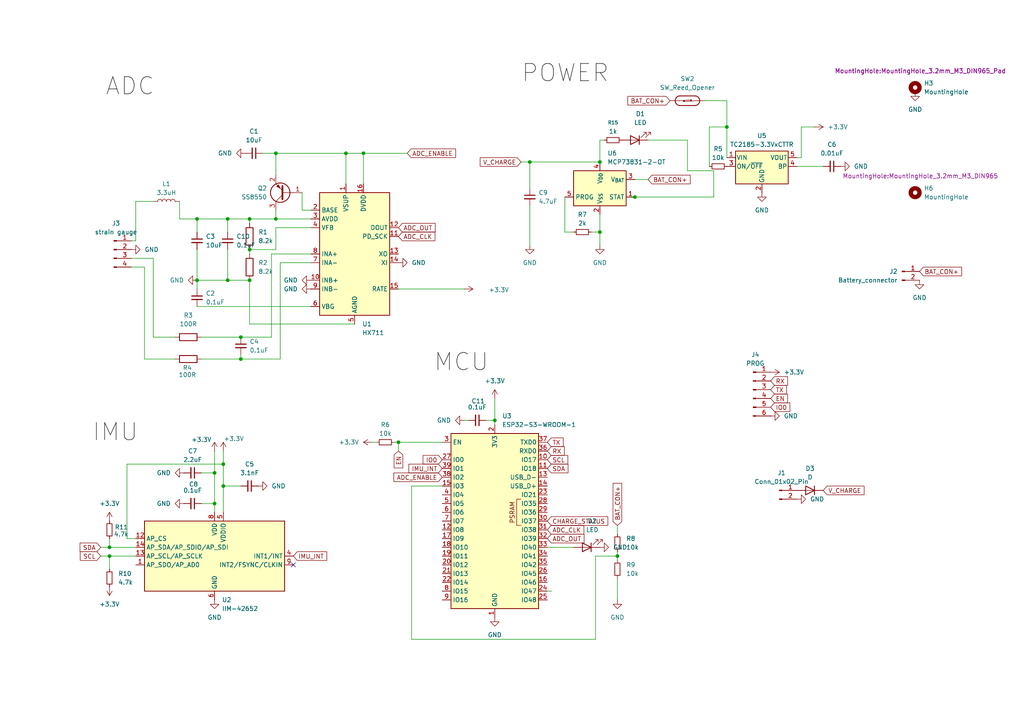
<source format=kicad_sch>
(kicad_sch (version 20250114) (generator "eeschema") (generator_version "9.0")
  (paper "A4")
  (lib_symbols
    (symbol "Analog_ADC:HX711"
      (property "Reference" "U" (at 5.08 21.59 0))
      (property "Value" "HX711" (at 7.62 19.05 0))
      (symbol "HX711_0_1"
        (rectangle (start -10.16 17.78) (end 10.16 -17.78) (stroke (width 0.254)) (fill (type background)))
      )
      (symbol "HX711_1_1"
        (pin passive line (at -12.7 12.7 0) (length 2.54) (name "BASE") (number "2"))
        (pin power_in line (at -12.7 10.16 0) (length 2.54) (name "AVDD") (number "3"))
        (pin input line (at -12.7 7.62 0) (length 2.54) (name "VFB") (number "4"))
        (pin input line (at -12.7 0 0) (length 2.54) (name "INA+") (number "8"))
        (pin input line (at -12.7 -2.54 0) (length 2.54) (name "INA-") (number "7"))
        (pin input line (at -12.7 -7.62 0) (length 2.54) (name "INB+") (number "10"))
        (pin input line (at -12.7 -10.16 0) (length 2.54) (name "INB-") (number "9"))
        (pin passive line (at -12.7 -15.24 0) (length 2.54) (name "VBG") (number "6"))
        (pin power_in line (at -2.54 20.32 270) (length 2.54) (name "VSUP") (number "1"))
        (pin power_in line (at 0 -20.32 90) (length 2.54) (name "AGND") (number "5"))
        (pin power_in line (at 2.54 20.32 270) (length 2.54) (name "DVDD") (number "16"))
        (pin output line (at 12.7 7.62 180) (length 2.54) (name "DOUT") (number "12"))
        (pin input line (at 12.7 5.08 180) (length 2.54) (name "PD_SCK") (number "11"))
        (pin passive line (at 12.7 0 180) (length 2.54) (name "XO") (number "13"))
        (pin passive line (at 12.7 -2.54 180) (length 2.54) (name "XI") (number "14"))
        (pin input line (at 12.7 -10.16 180) (length 2.54) (name "RATE") (number "15"))
      )
    )
    (symbol "Battery_Management:MCP73831-2-OT"
      (property "Reference" "U" (at -7.62 6.35 0))
      (property "Value" "MCP73831-2-OT" (at 1.27 6.35 0))
      (symbol "MCP73831-2-OT_0_1"
        (rectangle (start -7.62 5.08) (end 7.62 -5.08) (stroke (width 0.254)) (fill (type background)))
      )
      (symbol "MCP73831-2-OT_1_1"
        (pin input line (at -10.16 -2.54 0) (length 2.54) (name "PROG") (number "5"))
        (pin power_in line (at 0 7.62 270) (length 2.54) (name "V_{DD}") (number "4"))
        (pin power_in line (at 0 -7.62 90) (length 2.54) (name "V_{SS}") (number "2"))
        (pin power_out line (at 10.16 2.54 180) (length 2.54) (name "V_{BAT}") (number "3"))
        (pin tri_state line (at 10.16 -2.54 180) (length 2.54) (name "STAT") (number "1"))
      )
    )
    (symbol "Connector:Conn_01x02_Pin" (pin_names (offset 1.016) (hide yes))
      (property "Reference" "J" (at 0 2.54 0))
      (property "Value" "Conn_01x02_Pin" (at 0 -5.08 0))
      (symbol "Conn_01x02_Pin_1_1"
        (rectangle (start 0.8636 0.127) (end 0 -0.127) (stroke (width 0.1524)) (fill (type outline)))
        (rectangle (start 0.8636 -2.413) (end 0 -2.667) (stroke (width 0.1524)) (fill (type outline)))
        (polyline (pts (xy 1.27 0) (xy 0.8636 0)) (stroke (width 0.1524)))
        (polyline (pts (xy 1.27 -2.54) (xy 0.8636 -2.54)) (stroke (width 0.1524)))
        (pin passive line (at 5.08 0 180) (length 3.81) (name "Pin_1") (number "1"))
        (pin passive line (at 5.08 -2.54 180) (length 3.81) (name "Pin_2") (number "2"))
      )
    )
    (symbol "Connector:Conn_01x04_Pin" (pin_names (offset 1.016) (hide yes))
      (property "Reference" "J" (at 0 5.08 0))
      (property "Value" "Conn_01x04_Pin" (at 0 -7.62 0))
      (symbol "Conn_01x04_Pin_1_1"
        (rectangle (start 0.8636 2.667) (end 0 2.413) (stroke (width 0.1524)) (fill (type outline)))
        (rectangle (start 0.8636 0.127) (end 0 -0.127) (stroke (width 0.1524)) (fill (type outline)))
        (rectangle (start 0.8636 -2.413) (end 0 -2.667) (stroke (width 0.1524)) (fill (type outline)))
        (rectangle (start 0.8636 -4.953) (end 0 -5.207) (stroke (width 0.1524)) (fill (type outline)))
        (polyline (pts (xy 1.27 2.54) (xy 0.8636 2.54)) (stroke (width 0.1524)))
        (polyline (pts (xy 1.27 0) (xy 0.8636 0)) (stroke (width 0.1524)))
        (polyline (pts (xy 1.27 -2.54) (xy 0.8636 -2.54)) (stroke (width 0.1524)))
        (polyline (pts (xy 1.27 -5.08) (xy 0.8636 -5.08)) (stroke (width 0.1524)))
        (pin passive line (at 5.08 2.54 180) (length 3.81) (name "Pin_1") (number "1"))
        (pin passive line (at 5.08 0 180) (length 3.81) (name "Pin_2") (number "2"))
        (pin passive line (at 5.08 -2.54 180) (length 3.81) (name "Pin_3") (number "3"))
        (pin passive line (at 5.08 -5.08 180) (length 3.81) (name "Pin_4") (number "4"))
      )
    )
    (symbol "Connector:Conn_01x06_Pin" (pin_names (offset 1.016) (hide yes))
      (property "Reference" "J" (at 0 7.62 0))
      (property "Value" "Conn_01x06_Pin" (at 0 -10.16 0))
      (symbol "Conn_01x06_Pin_1_1"
        (rectangle (start 0.8636 5.207) (end 0 4.953) (stroke (width 0.1524)) (fill (type outline)))
        (rectangle (start 0.8636 2.667) (end 0 2.413) (stroke (width 0.1524)) (fill (type outline)))
        (rectangle (start 0.8636 0.127) (end 0 -0.127) (stroke (width 0.1524)) (fill (type outline)))
        (rectangle (start 0.8636 -2.413) (end 0 -2.667) (stroke (width 0.1524)) (fill (type outline)))
        (rectangle (start 0.8636 -4.953) (end 0 -5.207) (stroke (width 0.1524)) (fill (type outline)))
        (rectangle (start 0.8636 -7.493) (end 0 -7.747) (stroke (width 0.1524)) (fill (type outline)))
        (polyline (pts (xy 1.27 5.08) (xy 0.8636 5.08)) (stroke (width 0.1524)))
        (polyline (pts (xy 1.27 2.54) (xy 0.8636 2.54)) (stroke (width 0.1524)))
        (polyline (pts (xy 1.27 0) (xy 0.8636 0)) (stroke (width 0.1524)))
        (polyline (pts (xy 1.27 -2.54) (xy 0.8636 -2.54)) (stroke (width 0.1524)))
        (polyline (pts (xy 1.27 -5.08) (xy 0.8636 -5.08)) (stroke (width 0.1524)))
        (polyline (pts (xy 1.27 -7.62) (xy 0.8636 -7.62)) (stroke (width 0.1524)))
        (pin passive line (at 5.08 5.08 180) (length 3.81) (name "Pin_1") (number "1"))
        (pin passive line (at 5.08 2.54 180) (length 3.81) (name "Pin_2") (number "2"))
        (pin passive line (at 5.08 0 180) (length 3.81) (name "Pin_3") (number "3"))
        (pin passive line (at 5.08 -2.54 180) (length 3.81) (name "Pin_4") (number "4"))
        (pin passive line (at 5.08 -5.08 180) (length 3.81) (name "Pin_5") (number "5"))
        (pin passive line (at 5.08 -7.62 180) (length 3.81) (name "Pin_6") (number "6"))
      )
    )
    (symbol "Device:C_Small" (pin_numbers (hide yes)) (pin_names (offset 0.254) (hide yes))
      (property "Reference" "C" (at 0.254 1.778 0))
      (property "Value" "C_Small" (at 0.254 -2.032 0))
      (symbol "C_Small_0_1"
        (polyline (pts (xy -1.524 0.508) (xy 1.524 0.508)) (stroke (width 0.3048)))
        (polyline (pts (xy -1.524 -0.508) (xy 1.524 -0.508)) (stroke (width 0.3302)))
      )
      (symbol "C_Small_1_1"
        (pin passive line (at 0 2.54 270) (length 2.032) (name "~") (number "1"))
        (pin passive line (at 0 -2.54 90) (length 2.032) (name "~") (number "2"))
      )
    )
    (symbol "Device:D" (pin_numbers (hide yes)) (pin_names (offset 1.016) (hide yes))
      (property "Reference" "D" (at 0 2.54 0))
      (property "Value" "D" (at 0 -2.54 0))
      (symbol "D_0_1"
        (polyline (pts (xy -1.27 1.27) (xy -1.27 -1.27)) (stroke (width 0.254)))
        (polyline (pts (xy 1.27 1.27) (xy 1.27 -1.27) (xy -1.27 0) (xy 1.27 1.27)) (stroke (width 0.254)))
        (polyline (pts (xy 1.27 0) (xy -1.27 0)))
      )
      (symbol "D_1_1"
        (pin passive line (at -3.81 0 0) (length 2.54) (name "K") (number "1"))
        (pin passive line (at 3.81 0 180) (length 2.54) (name "A") (number "2"))
      )
    )
    (symbol "Device:L" (pin_numbers (hide yes)) (pin_names (offset 1.016) (hide yes))
      (property "Reference" "L" (at -1.27 0 90))
      (property "Value" "L" (at 1.905 0 90))
      (symbol "L_0_1"
        (arc (start 0 2.54) (mid 0.6323 1.905) (end 0 1.27))
        (arc (start 0 1.27) (mid 0.6323 0.635) (end 0 0))
        (arc (start 0 0) (mid 0.6323 -0.635) (end 0 -1.27))
        (arc (start 0 -1.27) (mid 0.6323 -1.905) (end 0 -2.54))
      )
      (symbol "L_1_1"
        (pin passive line (at 0 3.81 270) (length 1.27) (name "1") (number "1"))
        (pin passive line (at 0 -3.81 90) (length 1.27) (name "2") (number "2"))
      )
    )
    (symbol "Device:LED" (pin_numbers (hide yes)) (pin_names (offset 1.016) (hide yes))
      (property "Reference" "D" (at 0 2.54 0))
      (property "Value" "LED" (at 0 -2.54 0))
      (symbol "LED_0_1"
        (polyline (pts (xy -3.048 -0.762) (xy -4.572 -2.286) (xy -3.81 -2.286) (xy -4.572 -2.286) (xy -4.572 -1.524)))
        (polyline (pts (xy -1.778 -0.762) (xy -3.302 -2.286) (xy -2.54 -2.286) (xy -3.302 -2.286) (xy -3.302 -1.524)))
        (polyline (pts (xy -1.27 0) (xy 1.27 0)))
        (polyline (pts (xy -1.27 -1.27) (xy -1.27 1.27)) (stroke (width 0.254)))
        (polyline (pts (xy 1.27 -1.27) (xy 1.27 1.27) (xy -1.27 0) (xy 1.27 -1.27)) (stroke (width 0.254)))
      )
      (symbol "LED_1_1"
        (pin passive line (at -3.81 0 0) (length 2.54) (name "K") (number "1"))
        (pin passive line (at 3.81 0 180) (length 2.54) (name "A") (number "2"))
      )
    )
    (symbol "Device:R" (pin_numbers (hide yes)) (pin_names (offset 0))
      (property "Reference" "R" (at 2.032 0 90))
      (property "Value" "R" (at 0 0 90))
      (symbol "R_0_1"
        (rectangle (start -1.016 -2.54) (end 1.016 2.54) (stroke (width 0.254)))
      )
      (symbol "R_1_1"
        (pin passive line (at 0 3.81 270) (length 1.27) (name "~") (number "1"))
        (pin passive line (at 0 -3.81 90) (length 1.27) (name "~") (number "2"))
      )
    )
    (symbol "Device:R_Small" (pin_numbers (hide yes)) (pin_names (offset 0.254) (hide yes))
      (property "Reference" "R" (at 0.762 0.508 0))
      (property "Value" "R_Small" (at 0.762 -1.016 0))
      (symbol "R_Small_0_1"
        (rectangle (start -0.762 1.778) (end 0.762 -1.778) (stroke (width 0.2032)))
      )
      (symbol "R_Small_1_1"
        (pin passive line (at 0 2.54 270) (length 0.762) (name "~") (number "1"))
        (pin passive line (at 0 -2.54 90) (length 0.762) (name "~") (number "2"))
      )
    )
    (symbol "Mechanical:MountingHole" (pin_names (offset 1.016)) (in_bom no)
      (property "Reference" "H" (at 0 5.08 0))
      (property "Value" "MountingHole" (at 0 3.175 0))
      (symbol "MountingHole_0_1"
        (circle (center 0 0) (radius 1.27) (stroke (width 1.27)))
      )
    )
    (symbol "RF_Module:ESP32-S3-WROOM-1"
      (property "Reference" "U" (at -12.7 26.67 0))
      (property "Value" "ESP32-S3-WROOM-1" (at 12.7 26.67 0))
      (symbol "ESP32-S3-WROOM-1_0_0"
        (rectangle (start -12.7 25.4) (end 12.7 -25.4) (stroke (width 0.254)) (fill (type background)))
        (text "PSRAM" (at 5.08 2.54 900) (effects (font (size 1.27 1.27))))
      )
      (symbol "ESP32-S3-WROOM-1_0_1"
        (polyline (pts (xy 7.62 -1.27) (xy 6.35 -1.27) (xy 6.35 6.35) (xy 7.62 6.35)))
      )
      (symbol "ESP32-S3-WROOM-1_1_1"
        (pin input line (at -15.24 22.86 0) (length 2.54) (name "EN") (number "3"))
        (pin bidirectional line (at -15.24 17.78 0) (length 2.54) (name "IO0") (number "27"))
        (pin bidirectional line (at -15.24 15.24 0) (length 2.54) (name "IO1") (number "39"))
        (pin bidirectional line (at -15.24 12.7 0) (length 2.54) (name "IO2") (number "38"))
        (pin bidirectional line (at -15.24 10.16 0) (length 2.54) (name "IO3") (number "15"))
        (pin bidirectional line (at -15.24 7.62 0) (length 2.54) (name "IO4") (number "4"))
        (pin bidirectional line (at -15.24 5.08 0) (length 2.54) (name "IO5") (number "5"))
        (pin bidirectional line (at -15.24 2.54 0) (length 2.54) (name "IO6") (number "6"))
        (pin bidirectional line (at -15.24 0 0) (length 2.54) (name "IO7") (number "7"))
        (pin bidirectional line (at -15.24 -2.54 0) (length 2.54) (name "IO8") (number "12"))
        (pin bidirectional line (at -15.24 -5.08 0) (length 2.54) (name "IO9") (number "17"))
        (pin bidirectional line (at -15.24 -7.62 0) (length 2.54) (name "IO10") (number "18"))
        (pin bidirectional line (at -15.24 -10.16 0) (length 2.54) (name "IO11") (number "19"))
        (pin bidirectional line (at -15.24 -12.7 0) (length 2.54) (name "IO12") (number "20"))
        (pin bidirectional line (at -15.24 -15.24 0) (length 2.54) (name "IO13") (number "21"))
        (pin bidirectional line (at -15.24 -17.78 0) (length 2.54) (name "IO14") (number "22"))
        (pin bidirectional line (at -15.24 -20.32 0) (length 2.54) (name "IO15") (number "8"))
        (pin bidirectional line (at -15.24 -22.86 0) (length 2.54) (name "IO16") (number "9"))
        (pin power_in line (at 0 27.94 270) (length 2.54) (name "3V3") (number "2"))
        (pin power_in line (at 0 -27.94 90) (length 2.54) (name "GND") (number "1"))
        (pin passive line (at 0 -27.94 90) (length 2.54) (hide yes) (name "GND") (number "40"))
        (pin passive line (at 0 -27.94 90) (length 2.54) (hide yes) (name "GND") (number "41"))
        (pin bidirectional line (at 15.24 22.86 180) (length 2.54) (name "TXD0") (number "37"))
        (pin bidirectional line (at 15.24 20.32 180) (length 2.54) (name "RXD0") (number "36"))
        (pin bidirectional line (at 15.24 17.78 180) (length 2.54) (name "IO17") (number "10"))
        (pin bidirectional line (at 15.24 15.24 180) (length 2.54) (name "IO18") (number "11"))
        (pin bidirectional line (at 15.24 12.7 180) (length 2.54) (name "USB_D-") (number "13"))
        (pin bidirectional line (at 15.24 10.16 180) (length 2.54) (name "USB_D+") (number "14"))
        (pin bidirectional line (at 15.24 7.62 180) (length 2.54) (name "IO21") (number "23"))
        (pin bidirectional line (at 15.24 5.08 180) (length 2.54) (name "IO35") (number "28"))
        (pin bidirectional line (at 15.24 2.54 180) (length 2.54) (name "IO36") (number "29"))
        (pin bidirectional line (at 15.24 0 180) (length 2.54) (name "IO37") (number "30"))
        (pin bidirectional line (at 15.24 -2.54 180) (length 2.54) (name "IO38") (number "31"))
        (pin bidirectional line (at 15.24 -5.08 180) (length 2.54) (name "IO39") (number "32"))
        (pin bidirectional line (at 15.24 -7.62 180) (length 2.54) (name "IO40") (number "33"))
        (pin bidirectional line (at 15.24 -10.16 180) (length 2.54) (name "IO41") (number "34"))
        (pin bidirectional line (at 15.24 -12.7 180) (length 2.54) (name "IO42") (number "35"))
        (pin bidirectional line (at 15.24 -15.24 180) (length 2.54) (name "IO45") (number "26"))
        (pin bidirectional line (at 15.24 -17.78 180) (length 2.54) (name "IO46") (number "16"))
        (pin bidirectional line (at 15.24 -20.32 180) (length 2.54) (name "IO47") (number "24"))
        (pin bidirectional line (at 15.24 -22.86 180) (length 2.54) (name "IO48") (number "25"))
      )
    )
    (symbol "R_Small_1" (pin_numbers (hide yes)) (pin_names (offset 0.254) (hide yes))
      (property "Reference" "R" (at 0 0 90))
      (property "Value" "R_Small" (at 1.778 0 90))
      (symbol "R_Small_1_0_1"
        (rectangle (start -0.762 1.778) (end 0.762 -1.778) (stroke (width 0.2032)))
      )
      (symbol "R_Small_1_1_1"
        (pin passive line (at 0 2.54 270) (length 0.762) (name "~") (number "1"))
        (pin passive line (at 0 -2.54 90) (length 0.762) (name "~") (number "2"))
      )
    )
    (symbol "Regulator_Linear:TC2185-3.3VxCTTR" (pin_names (offset 0.254))
      (property "Reference" "U" (at -6.35 5.715 0))
      (property "Value" "TC2185-3.3VxCTTR" (at 0 5.715 0))
      (symbol "TC2185-3.3VxCTTR_0_1"
        (rectangle (start -7.62 -5.08) (end 7.62 4.445) (stroke (width 0.254)) (fill (type background)))
      )
      (symbol "TC2185-3.3VxCTTR_1_1"
        (pin power_in line (at -10.16 2.54 0) (length 2.54) (name "VIN") (number "1"))
        (pin input line (at -10.16 0 0) (length 2.54) (name "ON/~{OFF}") (number "3"))
        (pin power_in line (at 0 -7.62 90) (length 2.54) (name "GND") (number "2"))
        (pin power_out line (at 10.16 2.54 180) (length 2.54) (name "VOUT") (number "5"))
        (pin input line (at 10.16 0 180) (length 2.54) (name "BP") (number "4"))
      )
    )
    (symbol "Sensor_Motion:IIM-42652"
      (property "Reference" "U" (at -19.05 11.43 0))
      (property "Value" "IIM-42652" (at 15.24 11.43 0))
      (symbol "IIM-42652_0_1"
        (rectangle (start -20.32 10.16) (end 20.32 -10.16) (stroke (width 0.254)) (fill (type background)))
      )
      (symbol "IIM-42652_1_1"
        (pin input line (at -22.86 5.08 0) (length 2.54) (name "AP_CS") (number "12"))
        (pin bidirectional line (at -22.86 2.54 0) (length 2.54) (name "AP_SDA/AP_SDIO/AP_SDI") (number "14"))
        (pin input line (at -22.86 0 0) (length 2.54) (name "AP_SCL/AP_SCLK") (number "13"))
        (pin input line (at -22.86 -2.54 0) (length 2.54) (name "AP_SDO/AP_AD0") (number "1"))
        (pin power_in line (at 0 12.7 270) (length 2.54) (name "VDD") (number "8"))
        (pin power_in line (at 0 -12.7 90) (length 2.54) (name "GND") (number "6"))
        (pin passive line (at 0 -12.7 90) (length 2.54) (hide yes) (name "GND") (number "7"))
        (pin power_in line (at 2.54 12.7 270) (length 2.54) (name "VDDIO") (number "5"))
        (pin no_connect line (at 20.32 7.62 180) (length 2.54) (hide yes) (name "RESV") (number "2"))
        (pin no_connect line (at 20.32 5.08 180) (length 2.54) (hide yes) (name "RESV") (number "3"))
        (pin no_connect line (at 20.32 2.54 180) (length 2.54) (hide yes) (name "RESV") (number "10"))
        (pin no_connect line (at 20.32 -7.62 180) (length 2.54) (hide yes) (name "RESV") (number "11"))
        (pin output line (at 22.86 0 180) (length 2.54) (name "INT1/INT") (number "4"))
        (pin bidirectional line (at 22.86 -2.54 180) (length 2.54) (name "INT2/FSYNC/CLKIN") (number "9"))
      )
    )
    (symbol "Switch:SW_Reed_Opener" (pin_numbers (hide yes)) (pin_names (offset 0) (hide yes))
      (property "Reference" "SW" (at 0 2.54 0))
      (property "Value" "SW_Reed_Opener" (at 0 -2.54 0))
      (symbol "SW_Reed_Opener_0_0"
        (polyline (pts (xy -2.54 0) (xy 1.27 0.254)))
        (polyline (pts (xy -2.159 -1.397) (xy 2.286 -1.397)) (stroke (width 0.254)))
        (arc (start -2.159 -1.397) (mid -3.55 0) (end -2.159 1.397) (stroke (width 0.254)))
        (arc (start 2.159 1.397) (mid 3.55 0) (end 2.159 -1.397) (stroke (width 0.254)))
        (polyline (pts (xy 2.159 1.397) (xy -2.159 1.397)) (stroke (width 0.254)))
        (polyline (pts (xy 2.54 0) (xy -1.27 -0.254)))
      )
      (symbol "SW_Reed_Opener_0_1"
        (rectangle (start -1.1684 0.0508) (end -0.8636 -0.2032) (fill (type outline)))
        (rectangle (start 0.889 0.1778) (end 1.143 -0.0762) (fill (type outline)))
      )
      (symbol "SW_Reed_Opener_1_1"
        (pin passive line (at -5.08 0 0) (length 2.54) (name "1") (number "1"))
        (pin passive line (at 5.08 0 180) (length 2.54) (name "2") (number "2"))
      )
    )
    (symbol "Transistor_BJT:SS8550" (pin_names (offset 0) (hide yes))
      (property "Reference" "Q" (at 5.08 1.905 0))
      (property "Value" "SS8550" (at 5.08 0 0))
      (symbol "SS8550_0_1"
        (polyline (pts (xy -2.54 0) (xy 0.635 0)))
        (polyline (pts (xy 0.635 1.905) (xy 0.635 -1.905)) (stroke (width 0.508)))
        (polyline (pts (xy 0.635 0.635) (xy 2.54 2.54)))
        (polyline (pts (xy 0.635 -0.635) (xy 2.54 -2.54)))
        (circle (center 1.27 0) (radius 2.8194) (stroke (width 0.254)))
        (polyline (pts (xy 2.286 -1.778) (xy 1.778 -2.286) (xy 1.27 -1.27) (xy 2.286 -1.778)) (fill (type outline)))
      )
      (symbol "SS8550_1_1"
        (pin input line (at -5.08 0 0) (length 2.54) (name "B") (number "1"))
        (pin passive line (at 2.54 5.08 270) (length 2.54) (name "C") (number "3"))
        (pin passive line (at 2.54 -5.08 90) (length 2.54) (name "E") (number "2"))
      )
    )
    (symbol "power:+3.3V" (power) (pin_numbers (hide yes)) (pin_names (offset 0) (hide yes))
      (property "Value" "+3.3V" (at 0 3.556 0))
      (symbol "+3.3V_0_1"
        (polyline (pts (xy -0.762 1.27) (xy 0 2.54)))
        (polyline (pts (xy 0 2.54) (xy 0.762 1.27)))
        (polyline (pts (xy 0 0) (xy 0 2.54)))
      )
      (symbol "+3.3V_1_1"
        (pin power_in line (at 0 0 90) (length 0) (name "~") (number "1"))
      )
    )
    (symbol "power:GND" (power) (pin_numbers (hide yes)) (pin_names (offset 0) (hide yes))
      (property "Value" "GND" (at 0 -3.81 0))
      (symbol "GND_0_1"
        (polyline (pts (xy 0 0) (xy 0 -1.27) (xy 1.27 -1.27) (xy 0 -2.54) (xy -1.27 -1.27) (xy 0 -1.27)))
      )
      (symbol "GND_1_1"
        (pin power_in line (at 0 0 270) (length 0) (name "~") (number "1"))
      )
    )
  )
  (junction (at 64.77 140.97))
  (junction (at 115.57 128.27))
  (junction (at 72.39 63.5))
  (junction (at 173.99 67.31))
  (junction (at 69.85 104.14))
  (junction (at 173.99 46.99))
  (junction (at 72.39 72.39))
  (junction (at 69.85 97.79))
  (junction (at 57.15 81.28))
  (junction (at 62.23 146.05))
  (junction (at 31.75 161.29))
  (junction (at 66.04 81.28))
  (junction (at 66.04 63.5))
  (junction (at 64.77 134.62))
  (junction (at 57.15 63.5))
  (junction (at 72.39 81.28))
  (junction (at 100.33 44.45))
  (junction (at 80.01 44.45))
  (junction (at 62.23 137.16))
  (junction (at 210.82 36.83))
  (junction (at 184.15 57.15))
  (junction (at 105.41 44.45))
  (junction (at 31.75 158.75))
  (junction (at 179.07 161.29))
  (junction (at 80.01 63.5))
  (junction (at 153.67 46.99))
  (junction (at 143.51 121.92))
  (no_connect (at 85.09 163.83))
  (wire (pts (xy 36.83 134.62) (xy 36.83 156.21)))
  (wire (pts (xy 80.01 63.5) (xy 90.17 63.5)))
  (wire (pts (xy 187.96 52.07) (xy 184.15 52.07)))
  (wire (pts (xy 179.07 160.02) (xy 179.07 161.29)))
  (wire (pts (xy 100.33 44.45) (xy 100.33 53.34)))
  (wire (pts (xy 44.45 97.79) (xy 44.45 74.93)))
  (wire (pts (xy 171.45 67.31) (xy 173.99 67.31)))
  (wire (pts (xy 173.99 40.64) (xy 175.26 40.64)))
  (wire (pts (xy 29.21 161.29) (xy 31.75 161.29)))
  (wire (pts (xy 39.37 58.42) (xy 44.45 58.42)))
  (wire (pts (xy 140.97 121.92) (xy 143.51 121.92)))
  (wire (pts (xy 107.95 128.27) (xy 109.22 128.27)))
  (wire (pts (xy 205.74 36.83) (xy 210.82 36.83)))
  (wire (pts (xy 105.41 44.45) (xy 118.11 44.45)))
  (wire (pts (xy 143.51 121.92) (xy 143.51 123.19)))
  (wire (pts (xy 90.17 76.2) (xy 81.28 76.2)))
  (wire (pts (xy 72.39 63.5) (xy 80.01 63.5)))
  (wire (pts (xy 182.88 57.15) (xy 184.15 57.15)))
  (wire (pts (xy 57.15 88.9) (xy 90.17 88.9)))
  (wire (pts (xy 58.42 146.05) (xy 62.23 146.05)))
  (wire (pts (xy 31.75 156.21) (xy 31.75 158.75)))
  (wire (pts (xy 179.07 152.4) (xy 179.07 154.94)))
  (wire (pts (xy 80.01 66.04) (xy 80.01 72.39)))
  (wire (pts (xy 210.82 29.21) (xy 204.47 29.21)))
  (wire (pts (xy 87.63 60.96) (xy 90.17 60.96)))
  (wire (pts (xy 57.15 72.39) (xy 57.15 81.28)))
  (wire (pts (xy 115.57 83.82) (xy 134.62 83.82)))
  (wire (pts (xy 31.75 158.75) (xy 39.37 158.75)))
  (wire (pts (xy 66.04 63.5) (xy 66.04 67.31)))
  (wire (pts (xy 210.82 29.21) (xy 210.82 36.83)))
  (wire (pts (xy 166.37 158.75) (xy 158.75 158.75)))
  (wire (pts (xy 72.39 72.39) (xy 72.39 73.66)))
  (wire (pts (xy 58.42 104.14) (xy 69.85 104.14)))
  (wire (pts (xy 41.91 104.14) (xy 41.91 77.47)))
  (wire (pts (xy 100.33 44.45) (xy 105.41 44.45)))
  (wire (pts (xy 232.41 36.83) (xy 232.41 45.72)))
  (wire (pts (xy 36.83 134.62) (xy 64.77 134.62)))
  (wire (pts (xy 143.51 115.57) (xy 143.51 121.92)))
  (wire (pts (xy 66.04 63.5) (xy 72.39 63.5)))
  (wire (pts (xy 114.3 128.27) (xy 115.57 128.27)))
  (wire (pts (xy 78.74 73.66) (xy 78.74 97.79)))
  (wire (pts (xy 64.77 134.62) (xy 64.77 140.97)))
  (wire (pts (xy 69.85 102.87) (xy 69.85 104.14)))
  (wire (pts (xy 62.23 130.81) (xy 62.23 137.16)))
  (wire (pts (xy 207.01 49.53) (xy 207.01 57.15)))
  (wire (pts (xy 134.62 121.92) (xy 135.89 121.92)))
  (wire (pts (xy 76.2 44.45) (xy 80.01 44.45)))
  (wire (pts (xy 72.39 72.39) (xy 80.01 72.39)))
  (wire (pts (xy 87.63 55.88) (xy 87.63 60.96)))
  (wire (pts (xy 179.07 161.29) (xy 179.07 162.56)))
  (wire (pts (xy 210.82 36.83) (xy 210.82 45.72)))
  (wire (pts (xy 57.15 81.28) (xy 57.15 83.82)))
  (wire (pts (xy 173.99 46.99) (xy 173.99 40.64)))
  (wire (pts (xy 115.57 130.81) (xy 115.57 128.27)))
  (wire (pts (xy 38.1 74.93) (xy 44.45 74.93)))
  (wire (pts (xy 62.23 146.05) (xy 62.23 148.59)))
  (wire (pts (xy 153.67 46.99) (xy 173.99 46.99)))
  (wire (pts (xy 160.02 171.45) (xy 158.75 171.45)))
  (wire (pts (xy 80.01 44.45) (xy 100.33 44.45)))
  (wire (pts (xy 173.99 67.31) (xy 173.99 71.12)))
  (wire (pts (xy 57.15 63.5) (xy 66.04 63.5)))
  (wire (pts (xy 81.28 76.2) (xy 81.28 104.14)))
  (wire (pts (xy 119.38 140.97) (xy 119.38 185.42)))
  (wire (pts (xy 64.77 130.81) (xy 64.77 134.62)))
  (wire (pts (xy 128.27 140.97) (xy 119.38 140.97)))
  (wire (pts (xy 172.72 161.29) (xy 179.07 161.29)))
  (wire (pts (xy 80.01 44.45) (xy 80.01 50.8)))
  (wire (pts (xy 80.01 60.96) (xy 80.01 63.5)))
  (wire (pts (xy 31.75 161.29) (xy 39.37 161.29)))
  (wire (pts (xy 105.41 44.45) (xy 105.41 53.34)))
  (wire (pts (xy 153.67 59.69) (xy 153.67 71.12)))
  (wire (pts (xy 58.42 137.16) (xy 62.23 137.16)))
  (wire (pts (xy 236.22 36.83) (xy 232.41 36.83)))
  (wire (pts (xy 58.42 97.79) (xy 69.85 97.79)))
  (wire (pts (xy 38.1 69.85) (xy 39.37 69.85)))
  (wire (pts (xy 153.67 46.99) (xy 153.67 54.61)))
  (wire (pts (xy 36.83 156.21) (xy 39.37 156.21)))
  (wire (pts (xy 151.13 46.99) (xy 153.67 46.99)))
  (wire (pts (xy 50.8 104.14) (xy 41.91 104.14)))
  (wire (pts (xy 205.74 48.26) (xy 205.74 36.83)))
  (wire (pts (xy 57.15 63.5) (xy 52.07 63.5)))
  (wire (pts (xy 64.77 140.97) (xy 69.85 140.97)))
  (wire (pts (xy 52.07 63.5) (xy 52.07 58.42)))
  (wire (pts (xy 102.87 93.98) (xy 72.39 93.98)))
  (wire (pts (xy 31.75 161.29) (xy 31.75 165.1)))
  (wire (pts (xy 184.15 57.15) (xy 207.01 57.15)))
  (wire (pts (xy 179.07 167.64) (xy 179.07 173.99)))
  (wire (pts (xy 64.77 140.97) (xy 64.77 148.59)))
  (wire (pts (xy 172.72 185.42) (xy 172.72 161.29)))
  (wire (pts (xy 72.39 81.28) (xy 72.39 93.98)))
  (wire (pts (xy 173.99 62.23) (xy 173.99 67.31)))
  (wire (pts (xy 187.96 40.64) (xy 199.39 40.64)))
  (wire (pts (xy 163.83 57.15) (xy 163.83 67.31)))
  (wire (pts (xy 90.17 66.04) (xy 80.01 66.04)))
  (wire (pts (xy 199.39 40.64) (xy 199.39 49.53)))
  (wire (pts (xy 66.04 81.28) (xy 72.39 81.28)))
  (wire (pts (xy 50.8 97.79) (xy 44.45 97.79)))
  (wire (pts (xy 115.57 128.27) (xy 128.27 128.27)))
  (wire (pts (xy 62.23 137.16) (xy 62.23 146.05)))
  (wire (pts (xy 199.39 49.53) (xy 207.01 49.53)))
  (wire (pts (xy 57.15 81.28) (xy 66.04 81.28)))
  (wire (pts (xy 69.85 97.79) (xy 78.74 97.79)))
  (wire (pts (xy 238.76 48.26) (xy 231.14 48.26)))
  (wire (pts (xy 39.37 58.42) (xy 39.37 69.85)))
  (wire (pts (xy 57.15 67.31) (xy 57.15 63.5)))
  (wire (pts (xy 38.1 77.47) (xy 41.91 77.47)))
  (wire (pts (xy 66.04 72.39) (xy 66.04 81.28)))
  (wire (pts (xy 69.85 104.14) (xy 81.28 104.14)))
  (wire (pts (xy 119.38 185.42) (xy 172.72 185.42)))
  (wire (pts (xy 90.17 73.66) (xy 78.74 73.66)))
  (wire (pts (xy 29.21 158.75) (xy 31.75 158.75)))
  (wire (pts (xy 166.37 67.31) (xy 163.83 67.31)))
  (wire (pts (xy 232.41 45.72) (xy 231.14 45.72)))
  (wire (pts (xy 72.39 63.5) (xy 72.39 64.77)))
  (label "IMU" (at 26.67 129.54 0) (effects (font (size 5 5))))
  (label "POWER" (at 151.13 25.4 0) (effects (font (size 5 5))))
  (label "MCU" (at 125.73 109.22 0) (effects (font (size 5 5))))
  (label "ADC" (at 30.48 29.21 0) (effects (font (size 5 5))))
  (global_label "CHARGE_STATUS" (shape input) (at 158.75 151.13 0) (property "Intersheetrefs" "${INTERSHEET_REFS}" (effects (hide yes))))
  (global_label "EN" (shape input) (at 115.57 130.81 270) (property "Intersheetrefs" "${INTERSHEET_REFS}" (effects (hide yes))))
  (global_label "V_CHARGE" (shape input) (at 151.13 46.99 180) (property "Intersheetrefs" "${INTERSHEET_REFS}" (effects (hide yes))))
  (global_label "EN" (shape input) (at 223.52 115.57 0) (property "Intersheetrefs" "${INTERSHEET_REFS}" (effects (hide yes))))
  (global_label "ADC_ENABLE" (shape input) (at 118.11 44.45 0) (property "Intersheetrefs" "${INTERSHEET_REFS}" (effects (hide yes))))
  (global_label "V_CHARGE" (shape input) (at 238.76 142.24 0) (property "Intersheetrefs" "${INTERSHEET_REFS}" (effects (hide yes))))
  (global_label "SCL" (shape input) (at 29.21 161.29 180) (property "Intersheetrefs" "${INTERSHEET_REFS}" (effects (hide yes))))
  (global_label "ADC_ENABLE" (shape input) (at 128.27 138.43 180) (property "Intersheetrefs" "${INTERSHEET_REFS}" (effects (hide yes))))
  (global_label "IMU_INT" (shape input) (at 128.27 135.89 180) (property "Intersheetrefs" "${INTERSHEET_REFS}" (effects (hide yes))))
  (global_label "IO0" (shape input) (at 223.52 118.11 0) (property "Intersheetrefs" "${INTERSHEET_REFS}" (effects (hide yes))))
  (global_label "ADC_CLK" (shape input) (at 158.75 153.67 0) (property "Intersheetrefs" "${INTERSHEET_REFS}" (effects (hide yes))))
  (global_label "RX" (shape input) (at 223.52 110.49 0) (property "Intersheetrefs" "${INTERSHEET_REFS}" (effects (hide yes))))
  (global_label "ADC_CLK" (shape input) (at 115.57 68.58 0) (property "Intersheetrefs" "${INTERSHEET_REFS}" (effects (hide yes))))
  (global_label "SCL" (shape input) (at 158.75 133.35 0) (property "Intersheetrefs" "${INTERSHEET_REFS}" (effects (hide yes))))
  (global_label "SDA" (shape input) (at 29.21 158.75 180) (property "Intersheetrefs" "${INTERSHEET_REFS}" (effects (hide yes))))
  (global_label "BAT_CON+" (shape input) (at 266.7 78.74 0) (property "Intersheetrefs" "${INTERSHEET_REFS}" (effects (hide yes))))
  (global_label "IMU_INT" (shape input) (at 85.09 161.29 0) (property "Intersheetrefs" "${INTERSHEET_REFS}" (effects (hide yes))))
  (global_label "IO0" (shape input) (at 128.27 133.35 180) (property "Intersheetrefs" "${INTERSHEET_REFS}" (effects (hide yes))))
  (global_label "BAT_CON+" (shape input) (at 179.07 152.4 90) (property "Intersheetrefs" "${INTERSHEET_REFS}" (effects (hide yes))))
  (global_label "BAT_CON+" (shape input) (at 194.31 29.21 180) (property "Intersheetrefs" "${INTERSHEET_REFS}" (effects (hide yes))))
  (global_label "SDA" (shape input) (at 158.75 135.89 0) (property "Intersheetrefs" "${INTERSHEET_REFS}" (effects (hide yes))))
  (global_label "TX" (shape input) (at 158.75 128.27 0) (property "Intersheetrefs" "${INTERSHEET_REFS}" (effects (hide yes))))
  (global_label "TX" (shape input) (at 223.52 113.03 0) (property "Intersheetrefs" "${INTERSHEET_REFS}" (effects (hide yes))))
  (global_label "ADC_OUT" (shape input) (at 158.75 156.21 0) (property "Intersheetrefs" "${INTERSHEET_REFS}" (effects (hide yes))))
  (global_label "ADC_OUT" (shape input) (at 115.57 66.04 0) (property "Intersheetrefs" "${INTERSHEET_REFS}" (effects (hide yes))))
  (global_label "BAT_CON+" (shape input) (at 187.96 52.07 0) (property "Intersheetrefs" "${INTERSHEET_REFS}" (effects (hide yes))))
  (global_label "RX" (shape input) (at 158.75 130.81 0) (property "Intersheetrefs" "${INTERSHEET_REFS}" (effects (hide yes))))
  (symbol (lib_id "power:GND") (at 38.1 72.39 90) (unit 1)
    (property "Reference" "#PWR07" (effects (hide yes)))
    (property "Value" "GND" (at 41.91 72.3899 90) (effects (justify right)))
    (property "Description" "Power symbol creates a global label with name \"GND\" , ground" (effects (hide yes)))
  )
  (symbol (lib_id "Mechanical:MountingHole") (at 265.43 25.4 0) (unit 1) (in_bom no)
    (property "Reference" "H3" (at 267.97 24.1299 0) (effects (justify left)))
    (property "Value" "MountingHole" (at 267.97 26.6699 0) (effects (justify left)))
    (property "Footprint" "MountingHole:MountingHole_3.2mm_M3_DIN965_Pad" (at 266.954 20.574 0))
    (property "Description" "Mounting Hole without connection" (effects (hide yes)))
  )
  (symbol (lib_id "power:GND") (at 266.7 81.28 0) (unit 1)
    (property "Reference" "#PWR023" (effects (hide yes)))
    (property "Value" "GND" (at 266.7 86.36 0))
    (property "Description" "Power symbol creates a global label with name \"GND\" , ground" (effects (hide yes)))
  )
  (symbol (lib_id "power:GND") (at 231.14 144.78 90) (unit 1)
    (property "Reference" "#PWR029" (effects (hide yes)))
    (property "Value" "GND" (at 234.95 144.7799 90) (effects (justify right)))
    (property "Description" "Power symbol creates a global label with name \"GND\" , ground" (effects (hide yes)))
  )
  (symbol (lib_id "Device:C_Small") (at 72.39 140.97 270) (unit 1)
    (property "Reference" "C5" (at 72.3836 134.62 90))
    (property "Value" "3.1nF" (at 72.3836 137.16 90))
    (property "Footprint" "Capacitor_SMD:C_0603_1608Metric" (effects (hide yes)))
    (property "Description" "Unpolarized capacitor, small symbol" (effects (hide yes)))
  )
  (symbol (lib_id "power:GND") (at 90.17 81.28 270) (unit 1)
    (property "Reference" "#PWR06" (effects (hide yes)))
    (property "Value" "GND" (at 86.36 81.2799 90) (effects (justify right)))
    (property "Description" "Power symbol creates a global label with name \"GND\" , ground" (effects (hide yes)))
  )
  (symbol (lib_id "power:+3.3V") (at 236.22 36.83 270) (unit 1)
    (property "Reference" "#PWR020" (effects (hide yes)))
    (property "Value" "+3.3V" (at 240.03 36.8299 90) (effects (justify left)))
    (property "Description" "Power symbol creates a global label with name \"+3.3V\"" (effects (hide yes)))
  )
  (symbol (lib_id "Device:LED") (at 170.18 158.75 180) (unit 1)
    (property "Reference" "D2" (at 171.7675 151.13 0))
    (property "Value" "LED" (at 171.7675 153.67 0))
    (property "Footprint" "LED_SMD:LED_0603_1608Metric_Pad1.05x0.95mm_HandSolder" (effects (hide yes)))
    (property "Description" "Light emitting diode" (effects (hide yes)))
    (property "Sim.Pins" "1=K 2=A" (effects (hide yes)))
  )
  (symbol (lib_id "Device:R") (at 72.39 68.58 0) (unit 1)
    (property "Reference" "R1" (at 74.93 67.3099 0) (effects (justify left)))
    (property "Value" "8.2k" (at 74.93 69.8499 0) (effects (justify left)))
    (property "Footprint" "Resistor_SMD:R_0603_1608Metric" (effects (hide yes)))
    (property "Description" "Resistor" (effects (hide yes)))
  )
  (symbol (lib_id "Device:C_Small") (at 69.85 100.33 0) (unit 1)
    (property "Reference" "C4" (at 72.39 99.0662 0) (effects (justify left)))
    (property "Value" "0.1uF" (at 72.39 101.6062 0) (effects (justify left)))
    (property "Footprint" "Capacitor_SMD:C_0603_1608Metric" (effects (hide yes)))
    (property "Description" "Unpolarized capacitor, small symbol" (effects (hide yes)))
  )
  (symbol (lib_id "Transistor_BJT:SS8550") (at 82.55 55.88 180) (unit 1)
    (property "Reference" "Q2" (at 77.47 54.6099 0) (effects (justify left)))
    (property "Value" "SS8550" (at 77.47 57.1499 0) (effects (justify left)))
    (property "Footprint" "Package_TO_SOT_SMD:SOT-23" (effects (hide yes)))
    (property "Datasheet" "http://www.secosgmbh.com/datasheet/products/SSMPTransistor/SOT-23/SS8550.pdf" (effects (hide yes)))
    (property "Description" "General Purpose PNP Transistor, 1.5A Ic, 25V Vce, SOT-23" (effects (hide yes)))
  )
  (symbol (lib_id "Connector:Conn_01x06_Pin") (at 218.44 113.03 0) (unit 1)
    (property "Reference" "J4" (at 219.075 102.87 0))
    (property "Value" "PROG" (at 219.075 105.41 0))
    (property "Footprint" "Connector_PinHeader_1.27mm:PinHeader_2x03_P1.27mm_Vertical" (effects (hide yes)))
    (property "Description" "Generic connector, single row, 01x06, script generated" (effects (hide yes)))
  )
  (symbol (lib_id "power:GND") (at 223.52 120.65 90) (unit 1)
    (property "Reference" "#PWR033" (effects (hide yes)))
    (property "Value" "GND" (at 227.33 120.6499 90) (effects (justify right)))
    (property "Description" "Power symbol creates a global label with name \"GND\" , ground" (effects (hide yes)))
  )
  (symbol (lib_id "power:GND") (at 173.99 158.75 90) (unit 1)
    (property "Reference" "#PWR028" (effects (hide yes)))
    (property "Value" "GND" (at 177.8 158.7499 90) (effects (justify right)))
    (property "Description" "Power symbol creates a global label with name \"GND\" , ground" (effects (hide yes)))
  )
  (symbol (lib_id "power:GND") (at 153.67 71.12 0) (unit 1)
    (property "Reference" "#PWR026" (effects (hide yes)))
    (property "Value" "GND" (at 153.67 76.2 0))
    (property "Description" "Power symbol creates a global label with name \"GND\" , ground" (effects (hide yes)))
  )
  (symbol (lib_name "R_Small_1") (lib_id "Device:R_Small") (at 177.8 40.64 90) (unit 1)
    (property "Reference" "R15" (at 177.8 35.56 90) (effects (font (size 1.016 1.016))))
    (property "Value" "1k" (at 177.8 38.1 90))
    (property "Footprint" "Resistor_SMD:R_0603_1608Metric" (effects (hide yes)))
    (property "Description" "Resistor, small symbol" (effects (hide yes)))
  )
  (symbol (lib_id "power:GND") (at 220.98 55.88 0) (unit 1)
    (property "Reference" "#PWR019" (effects (hide yes)))
    (property "Value" "GND" (at 220.98 60.96 0))
    (property "Description" "Power symbol creates a global label with name \"GND\" , ground" (effects (hide yes)))
  )
  (symbol (lib_id "Device:R") (at 54.61 97.79 270) (unit 1)
    (property "Reference" "R3" (at 54.61 91.44 90))
    (property "Value" "100R" (at 54.61 93.98 90))
    (property "Footprint" "Resistor_SMD:R_0603_1608Metric" (effects (hide yes)))
    (property "Description" "Resistor" (effects (hide yes)))
  )
  (symbol (lib_id "Device:C_Small") (at 138.43 121.92 270) (unit 1)
    (property "Reference" "C11" (at 138.684 116.332 90))
    (property "Value" "0.1uF" (at 138.4236 118.11 90))
    (property "Footprint" "Capacitor_SMD:C_0603_1608Metric" (effects (hide yes)))
    (property "Description" "Unpolarized capacitor, small symbol" (effects (hide yes)))
  )
  (symbol (lib_id "power:GND") (at 53.34 137.16 270) (unit 1)
    (property "Reference" "#PWR013" (effects (hide yes)))
    (property "Value" "GND" (at 49.53 137.1599 90) (effects (justify right)))
    (property "Description" "Power symbol creates a global label with name \"GND\" , ground" (effects (hide yes)))
  )
  (symbol (lib_id "Device:R_Small") (at 208.28 48.26 90) (unit 1)
    (property "Reference" "R5" (at 208.28 43.18 90))
    (property "Value" "10k" (at 208.28 45.72 90))
    (property "Footprint" "Resistor_SMD:R_0603_1608Metric" (effects (hide yes)))
    (property "Description" "Resistor, small symbol" (effects (hide yes)))
  )
  (symbol (lib_id "power:+3.3V") (at 143.51 115.57 0) (unit 1)
    (property "Reference" "#PWR015" (effects (hide yes)))
    (property "Value" "+3.3V" (at 143.51 110.49 0))
    (property "Description" "Power symbol creates a global label with name \"+3.3V\"" (effects (hide yes)))
  )
  (symbol (lib_id "Device:C_Small") (at 57.15 69.85 0) (unit 1)
    (property "Reference" "C3" (at 59.69 68.5862 0) (effects (justify left)))
    (property "Value" "10uF" (at 59.69 71.1262 0) (effects (justify left)))
    (property "Footprint" "Capacitor_SMD:C_0603_1608Metric" (effects (hide yes)))
    (property "Description" "Unpolarized capacitor, small symbol" (effects (hide yes)))
  )
  (symbol (lib_id "power:GND") (at 173.99 71.12 0) (unit 1)
    (property "Reference" "#PWR027" (effects (hide yes)))
    (property "Value" "GND" (at 173.99 76.2 0))
    (property "Description" "Power symbol creates a global label with name \"GND\" , ground" (effects (hide yes)))
  )
  (symbol (lib_id "power:GND") (at 179.07 173.99 0) (unit 1)
    (property "Reference" "#PWR024" (effects (hide yes)))
    (property "Value" "GND" (at 179.07 179.07 0))
    (property "Description" "Power symbol creates a global label with name \"GND\" , ground" (effects (hide yes)))
  )
  (symbol (lib_id "Device:R_Small") (at 31.75 153.67 0) (unit 1)
    (property "Reference" "R11" (at 33.274 152.908 0) (effects (justify left)))
    (property "Value" "4.7k" (at 33.02 154.94 0) (effects (justify left)))
    (property "Footprint" "Resistor_SMD:R_0603_1608Metric" (effects (hide yes)))
    (property "Description" "Resistor, small symbol" (effects (hide yes)))
  )
  (symbol (lib_id "power:+3.3V") (at 134.62 83.82 270) (unit 1)
    (property "Reference" "#PWR01" (effects (hide yes)))
    (property "Value" "+3.3V" (at 141.732 84.074 90) (effects (justify left)))
    (property "Description" "Power symbol creates a global label with name \"+3.3V\"" (effects (hide yes)))
  )
  (symbol (lib_id "power:GND") (at 243.84 48.26 90) (unit 1)
    (property "Reference" "#PWR021" (effects (hide yes)))
    (property "Value" "GND" (at 247.65 48.2599 90) (effects (justify right)))
    (property "Description" "Power symbol creates a global label with name \"GND\" , ground" (effects (hide yes)))
  )
  (symbol (lib_id "Battery_Management:MCP73831-2-OT") (at 173.99 54.61 0) (unit 1)
    (property "Reference" "U6" (at 176.1841 44.45 0) (effects (justify left)))
    (property "Value" "MCP73831-2-OT" (at 176.1841 46.99 0) (effects (justify left)))
    (property "Footprint" "Package_TO_SOT_SMD:SOT-23-5" (effects (hide yes)))
    (property "Datasheet" "http://ww1.microchip.com/downloads/en/DeviceDoc/20001984g.pdf" (effects (hide yes)))
    (property "Description" "Single cell, Li-Ion/Li-Po charge management controller, 4.20V, Tri-State Status Output, in SOT23-5 package" (effects (hide yes)))
  )
  (symbol (lib_id "Device:C_Small") (at 73.66 44.45 270) (unit 1)
    (property "Reference" "C1" (at 73.6536 38.1 90))
    (property "Value" "10uF" (at 73.6536 40.64 90))
    (property "Footprint" "Capacitor_SMD:C_0603_1608Metric" (effects (hide yes)))
    (property "Description" "Unpolarized capacitor, small symbol" (effects (hide yes)))
  )
  (symbol (lib_id "Connector:Conn_01x02_Pin") (at 226.06 142.24 0) (unit 1)
    (property "Reference" "J1" (at 226.695 137.16 0))
    (property "Value" "Conn_01x02_Pin" (at 226.695 139.7 0))
    (property "Footprint" "Connector_PinHeader_2.54mm:PinHeader_1x02_P2.54mm_Vertical" (effects (hide yes)))
    (property "Description" "Generic connector, single row, 01x02, script generated" (effects (hide yes)))
  )
  (symbol (lib_id "power:GND") (at 134.62 121.92 270) (unit 1)
    (property "Reference" "#PWR032" (effects (hide yes)))
    (property "Value" "GND" (at 130.81 121.9199 90) (effects (justify right)))
    (property "Description" "Power symbol creates a global label with name \"GND\" , ground" (effects (hide yes)))
  )
  (symbol (lib_id "Device:C_Small") (at 57.15 86.36 0) (unit 1)
    (property "Reference" "C2" (at 59.69 85.0962 0) (effects (justify left)))
    (property "Value" "0.1uF" (at 59.69 87.6362 0) (effects (justify left)))
    (property "Footprint" "Capacitor_SMD:C_0603_1608Metric" (effects (hide yes)))
    (property "Description" "Unpolarized capacitor, small symbol" (effects (hide yes)))
  )
  (symbol (lib_id "Device:R") (at 72.39 77.47 0) (unit 1)
    (property "Reference" "R2" (at 74.93 76.1999 0) (effects (justify left)))
    (property "Value" "8.2k" (at 74.93 78.7399 0) (effects (justify left)))
    (property "Footprint" "Resistor_SMD:R_0603_1608Metric" (effects (hide yes)))
    (property "Description" "Resistor" (effects (hide yes)))
  )
  (symbol (lib_id "Device:C_Small") (at 153.67 57.15 0) (unit 1)
    (property "Reference" "C9" (at 156.21 55.8862 0) (effects (justify left)))
    (property "Value" "4.7uF" (at 156.21 58.4262 0) (effects (justify left)))
    (property "Footprint" "Capacitor_SMD:C_0603_1608Metric" (effects (hide yes)))
    (property "Description" "Unpolarized capacitor, small symbol" (effects (hide yes)))
  )
  (symbol (lib_id "Device:R") (at 54.61 104.14 270) (unit 1)
    (property "Reference" "R4" (at 54.356 106.68 90))
    (property "Value" "100R" (at 54.356 108.712 90))
    (property "Footprint" "Resistor_SMD:R_0603_1608Metric" (effects (hide yes)))
    (property "Description" "Resistor" (effects (hide yes)))
  )
  (symbol (lib_id "Device:C_Small") (at 241.3 48.26 270) (unit 1)
    (property "Reference" "C6" (at 241.2936 41.91 90))
    (property "Value" "0.01uF" (at 241.2936 44.45 90))
    (property "Footprint" "Capacitor_SMD:C_0603_1608Metric" (effects (hide yes)))
    (property "Description" "Unpolarized capacitor, small symbol" (effects (hide yes)))
  )
  (symbol (lib_id "power:+3.3V") (at 64.77 130.81 0) (unit 1)
    (property "Reference" "#PWR010" (effects (hide yes)))
    (property "Value" "+3.3V" (at 67.818 127.254 0))
    (property "Description" "Power symbol creates a global label with name \"+3.3V\"" (effects (hide yes)))
  )
  (symbol (lib_id "Device:C_Small") (at 55.88 137.16 270) (unit 1)
    (property "Reference" "C7" (at 55.8736 130.81 90))
    (property "Value" "2.2uF" (at 55.8736 133.35 90))
    (property "Footprint" "Capacitor_SMD:C_0603_1608Metric" (effects (hide yes)))
    (property "Description" "Unpolarized capacitor, small symbol" (effects (hide yes)))
  )
  (symbol (lib_id "Sensor_Motion:IIM-42652") (at 62.23 161.29 0) (unit 1)
    (property "Reference" "U2" (at 64.3733 173.99 0) (effects (justify left)))
    (property "Value" "IIM-42652" (at 64.3733 176.53 0) (effects (justify left)))
    (property "Footprint" "Package_LGA:Bosch_LGA-14_3x2.5mm_P0.5mm" (effects (hide yes)))
    (property "Datasheet" "https://invensense.tdk.com/wp-content/uploads/2021/01/ds-000440_iim-42652-datasheet.pdf" (effects (hide yes)))
    (property "Description" "6-axis MEMS gyroscope/accelerometer, I2C/I3C/SPI interface, 1.71 to 3.3V, LGA-14" (effects (hide yes)))
  )
  (symbol (lib_id "Device:R_Small") (at 168.91 67.31 90) (unit 1)
    (property "Reference" "R7" (at 168.91 62.23 90))
    (property "Value" "2k" (at 168.91 64.77 90))
    (property "Footprint" "Resistor_SMD:R_0603_1608Metric" (effects (hide yes)))
    (property "Description" "Resistor, small symbol" (effects (hide yes)))
  )
  (symbol (lib_id "Device:D") (at 234.95 142.24 180) (unit 1)
    (property "Reference" "D3" (at 234.95 135.89 0))
    (property "Value" "D" (at 234.95 138.43 0))
    (property "Footprint" "Diode_SMD:D_0603_1608Metric" (effects (hide yes)))
    (property "Description" "Diode" (effects (hide yes)))
    (property "Sim.Device" "D" (effects (hide yes)))
    (property "Sim.Pins" "1=K 2=A" (effects (hide yes)))
  )
  (symbol (lib_id "Device:R_Small") (at 111.76 128.27 90) (unit 1)
    (property "Reference" "R6" (at 111.76 123.19 90))
    (property "Value" "10k" (at 111.76 125.73 90))
    (property "Footprint" "Resistor_SMD:R_0603_1608Metric" (effects (hide yes)))
    (property "Description" "Resistor, small symbol" (effects (hide yes)))
  )
  (symbol (lib_id "power:+3.3V") (at 62.23 130.81 0) (unit 1)
    (property "Reference" "#PWR011" (effects (hide yes)))
    (property "Value" "+3.3V" (at 58.42 127.508 0))
    (property "Description" "Power symbol creates a global label with name \"+3.3V\"" (effects (hide yes)))
  )
  (symbol (lib_id "power:+3.3V") (at 107.95 128.27 90) (unit 1)
    (property "Reference" "#PWR022" (effects (hide yes)))
    (property "Value" "+3.3V" (at 104.14 128.2699 90) (effects (justify left)))
    (property "Description" "Power symbol creates a global label with name \"+3.3V\"" (effects (hide yes)))
  )
  (symbol (lib_id "power:+3.3V") (at 31.75 170.18 180) (unit 1)
    (property "Reference" "#PWR031" (effects (hide yes)))
    (property "Value" "+3.3V" (at 31.75 175.26 0))
    (property "Description" "Power symbol creates a global label with name \"+3.3V\"" (effects (hide yes)))
  )
  (symbol (lib_id "Regulator_Linear:TC2185-3.3VxCTTR") (at 220.98 48.26 0) (unit 1)
    (property "Reference" "U5" (at 220.98 39.37 0))
    (property "Value" "TC2185-3.3VxCTTR" (at 220.98 41.91 0))
    (property "Footprint" "Package_TO_SOT_SMD:SOT-23-5" (effects (hide yes)))
    (property "Datasheet" "http://ww1.microchip.com/downloads/en/DeviceDoc/21662F.pdf" (effects (hide yes)))
    (property "Description" "3.3V 150mA CMOS LDO with Shutdown and Vref Bypass, SOT-23-5" (effects (hide yes)))
  )
  (symbol (lib_id "power:+3.3V") (at 31.75 151.13 0) (unit 1)
    (property "Reference" "#PWR030" (effects (hide yes)))
    (property "Value" "+3.3V" (at 31.75 146.05 0))
    (property "Description" "Power symbol creates a global label with name \"+3.3V\"" (effects (hide yes)))
  )
  (symbol (lib_id "Device:L") (at 48.26 58.42 90) (unit 1)
    (property "Reference" "L1" (at 48.26 53.34 90))
    (property "Value" "3.3uH" (at 48.26 55.88 90))
    (property "Footprint" "Inductor_SMD:L_0603_1608Metric" (effects (hide yes)))
    (property "Description" "Inductor" (effects (hide yes)))
  )
  (symbol (lib_id "Device:C_Small") (at 55.88 146.05 270) (unit 1)
    (property "Reference" "C8" (at 56.134 140.462 90))
    (property "Value" "0.1uF" (at 55.8736 142.24 90))
    (property "Footprint" "Capacitor_SMD:C_0603_1608Metric" (effects (hide yes)))
    (property "Description" "Unpolarized capacitor, small symbol" (effects (hide yes)))
  )
  (symbol (lib_id "Device:R_Small") (at 31.75 167.64 0) (unit 1)
    (property "Reference" "R10" (at 34.29 166.3699 0) (effects (justify left)))
    (property "Value" "4.7k" (at 34.29 168.9099 0) (effects (justify left)))
    (property "Footprint" "Resistor_SMD:R_0603_1608Metric" (effects (hide yes)))
    (property "Description" "Resistor, small symbol" (effects (hide yes)))
  )
  (symbol (lib_id "power:GND") (at 57.15 81.28 270) (unit 1)
    (property "Reference" "#PWR08" (effects (hide yes)))
    (property "Value" "GND" (at 53.34 81.2799 90) (effects (justify right)))
    (property "Description" "Power symbol creates a global label with name \"GND\" , ground" (effects (hide yes)))
  )
  (symbol (lib_id "power:GND") (at 62.23 173.99 0) (unit 1)
    (property "Reference" "#PWR09" (effects (hide yes)))
    (property "Value" "GND" (at 62.23 179.07 0))
    (property "Description" "Power symbol creates a global label with name \"GND\" , ground" (effects (hide yes)))
  )
  (symbol (lib_id "RF_Module:ESP32-S3-WROOM-1") (at 143.51 151.13 0) (unit 1)
    (property "Reference" "U3" (at 145.6533 120.65 0) (effects (justify left)))
    (property "Value" "ESP32-S3-WROOM-1" (at 145.6533 123.19 0) (effects (justify left)))
    (property "Footprint" "RF_Module:ESP32-S3-WROOM-1" (effects (hide yes)))
    (property "Datasheet" "https://www.espressif.com/sites/default/files/documentation/esp32-s3-wroom-1_wroom-1u_datasheet_en.pdf" (effects (hide yes)))
    (property "Description" "RF Module, ESP32-S3 SoC, Wi-Fi 802.11b/g/n, Bluetooth, BLE, 32-bit, 3.3V, onboard antenna, SMD" (effects (hide yes)))
  )
  (symbol (lib_id "power:GND") (at 74.93 140.97 90) (unit 1)
    (property "Reference" "#PWR012" (effects (hide yes)))
    (property "Value" "GND" (at 78.74 140.9699 90) (effects (justify right)))
    (property "Description" "Power symbol creates a global label with name \"GND\" , ground" (effects (hide yes)))
  )
  (symbol (lib_id "Device:LED") (at 184.15 40.64 180) (unit 1)
    (property "Reference" "D1" (at 185.7375 33.02 0))
    (property "Value" "LED" (at 185.7375 35.56 0))
    (property "Footprint" "LED_SMD:LED_0603_1608Metric_Pad1.05x0.95mm_HandSolder" (effects (hide yes)))
    (property "Description" "Light emitting diode" (effects (hide yes)))
    (property "Sim.Pins" "1=K 2=A" (effects (hide yes)))
  )
  (symbol (lib_id "power:GND") (at 115.57 76.2 90) (unit 1)
    (property "Reference" "#PWR04" (effects (hide yes)))
    (property "Value" "GND" (at 119.38 76.1999 90) (effects (justify right)))
    (property "Description" "Power symbol creates a global label with name \"GND\" , ground" (effects (hide yes)))
  )
  (symbol (lib_id "power:GND") (at 90.17 83.82 270) (unit 1)
    (property "Reference" "#PWR05" (effects (hide yes)))
    (property "Value" "GND" (at 86.36 83.8199 90) (effects (justify right)))
    (property "Description" "Power symbol creates a global label with name \"GND\" , ground" (effects (hide yes)))
  )
  (symbol (lib_id "power:+3.3V") (at 223.52 107.95 270) (unit 1)
    (property "Reference" "#PWR017" (effects (hide yes)))
    (property "Value" "+3.3V" (at 227.33 107.9499 90) (effects (justify left)))
    (property "Description" "Power symbol creates a global label with name \"+3.3V\"" (effects (hide yes)))
  )
  (symbol (lib_id "Device:R_Small") (at 179.07 165.1 0) (unit 1)
    (property "Reference" "R9" (at 181.61 163.8299 0) (effects (justify left)))
    (property "Value" "10k" (at 181.61 166.3699 0) (effects (justify left)))
    (property "Footprint" "Resistor_SMD:R_0603_1608Metric" (effects (hide yes)))
    (property "Description" "Resistor, small symbol" (effects (hide yes)))
  )
  (symbol (lib_id "Connector:Conn_01x04_Pin") (at 33.02 72.39 0) (unit 1)
    (property "Reference" "J3" (at 33.655 64.77 0))
    (property "Value" "strain gauge" (at 33.655 67.31 0))
    (property "Footprint" "Connector_PinHeader_2.54mm:PinHeader_1x04_P2.54mm_Vertical" (effects (hide yes)))
    (property "Description" "Generic connector, single row, 01x04, script generated" (effects (hide yes)))
  )
  (symbol (lib_id "Device:C_Small") (at 66.04 69.85 0) (unit 1)
    (property "Reference" "C10" (at 68.58 68.5862 0) (effects (justify left)))
    (property "Value" "0.1uF" (at 68.58 71.1262 0) (effects (justify left)))
    (property "Footprint" "Capacitor_SMD:C_0603_1608Metric" (effects (hide yes)))
    (property "Description" "Unpolarized capacitor, small symbol" (effects (hide yes)))
  )
  (symbol (lib_id "Connector:Conn_01x02_Pin") (at 261.62 78.74 0) (unit 1)
    (property "Reference" "J2" (at 260.35 78.7399 0) (effects (justify right)))
    (property "Value" "Battery_connector" (at 260.35 81.2799 0) (effects (justify right)))
    (property "Footprint" "Resistor_THT:R_Axial_DIN0204_L3.6mm_D1.6mm_P1.90mm_Vertical" (effects (hide yes)))
    (property "Description" "Generic connector, single row, 01x02, script generated" (effects (hide yes)))
  )
  (symbol (lib_id "Mechanical:MountingHole") (at 265.43 55.88 0) (unit 1) (in_bom no)
    (property "Reference" "H6" (at 267.97 54.6099 0) (effects (justify left)))
    (property "Value" "MountingHole" (at 267.97 57.1499 0) (effects (justify left)))
    (property "Footprint" "MountingHole:MountingHole_3.2mm_M3_DIN965" (at 266.954 51.054 0))
    (property "Description" "Mounting Hole without connection" (effects (hide yes)))
  )
  (symbol (lib_id "power:GND") (at 71.12 44.45 270) (unit 1)
    (property "Reference" "#PWR02" (effects (hide yes)))
    (property "Value" "GND" (at 67.31 44.4499 90) (effects (justify right)))
    (property "Description" "Power symbol creates a global label with name \"GND\" , ground" (effects (hide yes)))
  )
  (symbol (lib_id "power:GND") (at 265.43 26.67 0) (unit 1)
    (property "Reference" "#PWR03" (effects (hide yes)))
    (property "Value" "GND" (at 265.43 31.75 0))
    (property "Description" "Power symbol creates a global label with name \"GND\" , ground" (effects (hide yes)))
  )
  (symbol (lib_id "Device:R_Small") (at 179.07 157.48 0) (unit 1)
    (property "Reference" "R8" (at 181.61 156.2099 0) (effects (justify left)))
    (property "Value" "10k" (at 181.61 158.7499 0) (effects (justify left)))
    (property "Footprint" "Resistor_SMD:R_0603_1608Metric" (effects (hide yes)))
    (property "Description" "Resistor, small symbol" (effects (hide yes)))
  )
  (symbol (lib_id "Analog_ADC:HX711") (at 102.87 73.66 0) (unit 1)
    (property "Reference" "U1" (at 105.0641 93.98 0) (effects (justify left)))
    (property "Value" "HX711" (at 105.0641 96.52 0) (effects (justify left)))
    (property "Footprint" "Package_SO:SOP-16_3.9x9.9mm_P1.27mm" (effects (hide yes)))
    (property "Datasheet" "https://web.archive.org/web/20220615044707/https://akizukidenshi.com/download/ds/avia/hx711.pdf" (effects (hide yes)))
    (property "Description" "24-Bit Analog-to-Digital Converter (ADC) for Weight Scales" (effects (hide yes)))
  )
  (symbol (lib_id "power:GND") (at 53.34 146.05 270) (unit 1)
    (property "Reference" "#PWR014" (effects (hide yes)))
    (property "Value" "GND" (at 49.53 146.0499 90) (effects (justify right)))
    (property "Description" "Power symbol creates a global label with name \"GND\" , ground" (effects (hide yes)))
  )
  (symbol (lib_id "power:GND") (at 143.51 179.07 0) (unit 1)
    (property "Reference" "#PWR016" (effects (hide yes)))
    (property "Value" "GND" (at 143.51 184.15 0))
    (property "Description" "Power symbol creates a global label with name \"GND\" , ground" (effects (hide yes)))
  )
  (symbol (lib_id "Switch:SW_Reed_Opener") (at 199.39 29.21 0) (unit 1)
    (property "Reference" "SW2" (at 199.39 22.86 0))
    (property "Value" "SW_Reed_Opener" (at 199.39 25.4 0))
    (property "Footprint" "Button_Switch_SMD:SW_SPST_REED_CT05-XXXX-G1" (effects (hide yes)))
    (property "Description" "reed switch, default-closed" (effects (hide yes)))
  )
)
</source>
